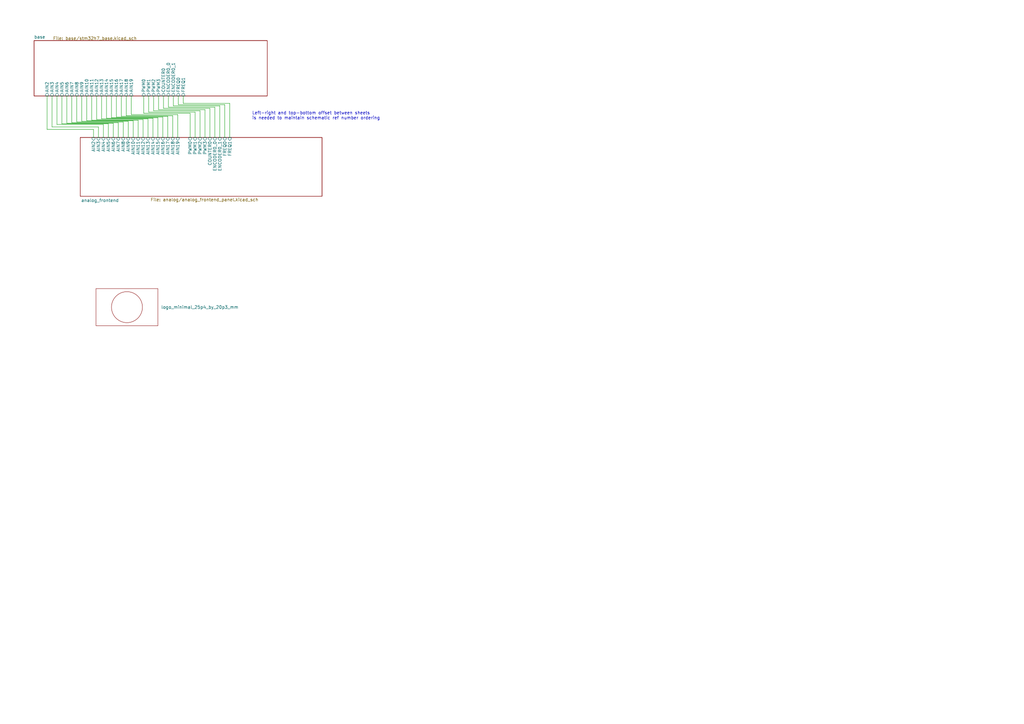
<source format=kicad_sch>
(kicad_sch (version 20231120) (generator "eeschema") (generator_version "8.0")
  (paper "A3")
  (lib_symbols
    (symbol "aaa:logo_minimal_25p4_by_20p3_mm" (pin_numbers hide) (pin_names (offset 0) hide) (in_bom no)
      (property "Value" "logo_minimal_25p4_by_20p3_mm" (at 0 3.81 0))
      (symbol "logo_minimal_25p4_by_20p3_mm_0_1"
        (rectangle (start -12.7 -6.35) (end 12.7 -21.59))
        (circle (center 0 -13.97) (radius 6.35))
      )
    )
  )
  (wire (pts (xy 37.592 49.276) (xy 56.642 49.276)))
  (wire (pts (xy 75.184 42.418) (xy 94.234 42.418)))
  (wire (pts (xy 21.336 52.07) (xy 21.336 39.37)))
  (wire (pts (xy 31.496 39.37) (xy 31.496 50.038)))
  (wire (pts (xy 58.928 46.482) (xy 58.928 39.37)))
  (wire (pts (xy 37.592 39.37) (xy 37.592 49.276)))
  (wire (pts (xy 70.866 47.498) (xy 70.866 56.388)))
  (wire (pts (xy 71.12 39.37) (xy 71.12 43.434)))
  (wire (pts (xy 53.848 46.99) (xy 72.898 46.99)))
  (wire (pts (xy 35.56 39.37) (xy 35.56 49.53)))
  (wire (pts (xy 41.656 39.37) (xy 41.656 48.768)))
  (wire (pts (xy 50.546 50.038) (xy 50.546 56.388)))
  (wire (pts (xy 67.056 44.45) (xy 86.106 44.45)))
  (wire (pts (xy 25.4 50.8) (xy 44.45 50.8)))
  (wire (pts (xy 39.624 39.37) (xy 39.624 49.022)))
  (wire (pts (xy 71.12 43.434) (xy 90.17 43.434)))
  (wire (pts (xy 84.074 56.388) (xy 84.074 44.958)))
  (wire (pts (xy 49.784 39.37) (xy 49.784 47.752)))
  (wire (pts (xy 33.528 49.784) (xy 52.578 49.784)))
  (wire (pts (xy 45.72 39.37) (xy 45.72 48.26)))
  (wire (pts (xy 29.464 50.292) (xy 48.514 50.292)))
  (wire (pts (xy 45.72 48.26) (xy 64.77 48.26)))
  (wire (pts (xy 58.674 49.022) (xy 58.674 56.388)))
  (wire (pts (xy 73.152 42.926) (xy 73.152 39.37)))
  (wire (pts (xy 67.056 39.37) (xy 67.056 44.45)))
  (wire (pts (xy 88.138 56.388) (xy 88.138 43.942)))
  (wire (pts (xy 77.978 56.388) (xy 77.978 46.482)))
  (wire (pts (xy 27.432 50.546) (xy 46.482 50.546)))
  (wire (pts (xy 69.088 43.942) (xy 69.088 39.37)))
  (wire (pts (xy 77.978 46.482) (xy 58.928 46.482)))
  (wire (pts (xy 72.898 46.99) (xy 72.898 56.388)))
  (wire (pts (xy 46.482 50.546) (xy 46.482 56.388)))
  (wire (pts (xy 68.834 47.752) (xy 68.834 56.388)))
  (wire (pts (xy 54.61 49.53) (xy 54.61 56.388)))
  (wire (pts (xy 19.304 53.086) (xy 38.354 53.086)))
  (wire (pts (xy 39.624 49.022) (xy 58.674 49.022)))
  (wire (pts (xy 64.77 48.26) (xy 64.77 56.388)))
  (wire (pts (xy 90.17 43.434) (xy 90.17 56.388)))
  (wire (pts (xy 47.752 48.006) (xy 66.802 48.006)))
  (wire (pts (xy 66.802 48.006) (xy 66.802 56.388)))
  (wire (pts (xy 42.418 51.054) (xy 42.418 56.388)))
  (wire (pts (xy 84.074 44.958) (xy 65.024 44.958)))
  (wire (pts (xy 80.01 45.974) (xy 60.96 45.974)))
  (wire (pts (xy 53.848 39.37) (xy 53.848 46.99)))
  (wire (pts (xy 43.688 48.514) (xy 62.738 48.514)))
  (wire (pts (xy 62.992 45.466) (xy 82.042 45.466)))
  (wire (pts (xy 43.688 39.37) (xy 43.688 48.514)))
  (wire (pts (xy 65.024 44.958) (xy 65.024 39.37)))
  (wire (pts (xy 60.706 48.768) (xy 60.706 56.388)))
  (wire (pts (xy 92.202 42.926) (xy 73.152 42.926)))
  (wire (pts (xy 51.816 47.498) (xy 70.866 47.498)))
  (wire (pts (xy 80.01 56.388) (xy 80.01 45.974)))
  (wire (pts (xy 40.386 52.07) (xy 21.336 52.07)))
  (wire (pts (xy 31.496 50.038) (xy 50.546 50.038)))
  (wire (pts (xy 82.042 45.466) (xy 82.042 56.388)))
  (wire (pts (xy 52.578 49.784) (xy 52.578 56.388)))
  (wire (pts (xy 60.96 45.974) (xy 60.96 39.37)))
  (wire (pts (xy 23.368 39.37) (xy 23.368 51.054)))
  (wire (pts (xy 48.514 50.292) (xy 48.514 56.388)))
  (wire (pts (xy 62.738 48.514) (xy 62.738 56.388)))
  (wire (pts (xy 33.528 39.37) (xy 33.528 49.784)))
  (wire (pts (xy 35.56 49.53) (xy 54.61 49.53)))
  (wire (pts (xy 56.642 49.276) (xy 56.642 56.388)))
  (wire (pts (xy 75.184 39.37) (xy 75.184 42.418)))
  (wire (pts (xy 44.45 50.8) (xy 44.45 56.388)))
  (wire (pts (xy 88.138 43.942) (xy 69.088 43.942)))
  (wire (pts (xy 94.234 42.418) (xy 94.234 56.388)))
  (wire (pts (xy 47.752 39.37) (xy 47.752 48.006)))
  (wire (pts (xy 29.464 39.37) (xy 29.464 50.292)))
  (wire (pts (xy 62.992 39.37) (xy 62.992 45.466)))
  (wire (pts (xy 92.202 56.388) (xy 92.202 42.926)))
  (wire (pts (xy 19.304 39.37) (xy 19.304 53.086)))
  (wire (pts (xy 51.816 39.37) (xy 51.816 47.498)))
  (wire (pts (xy 25.4 39.37) (xy 25.4 50.8)))
  (wire (pts (xy 38.354 53.086) (xy 38.354 56.388)))
  (wire (pts (xy 86.106 44.45) (xy 86.106 56.388)))
  (wire (pts (xy 40.386 56.388) (xy 40.386 52.07)))
  (wire (pts (xy 27.432 39.37) (xy 27.432 50.546)))
  (wire (pts (xy 49.784 47.752) (xy 68.834 47.752)))
  (wire (pts (xy 41.656 48.768) (xy 60.706 48.768)))
  (wire (pts (xy 23.368 51.054) (xy 42.418 51.054)))
  (text "Left-right and top-bottom offset between sheets\nis needed to maintain schematic ref number ordering" (at 103.378 47.498 0) (effects (font (size 1.27 1.27)) (justify left)))
  (symbol (lib_id "aaa:logo_minimal_25p4_by_20p3_mm") (at 52.07 112.014 0) (unit 1) (in_bom no)
    (property "Reference" "-1001" (effects (hide yes)))
    (property "Value" "logo_minimal_25p4_by_20p3_mm" (at 66.04 125.9839 0) (effects (justify left)))
    (property "Footprint" "logo_lib:logo_minimal_12p7_by_10p9_mm" (effects (hide yes)))
  )
  (sheet (at 13.97 16.637) (size 95.631 22.733) (stroke (width 0.1524))
    (property "Sheetname" "base" (at 13.97 15.9254 0) (effects (justify left bottom)))
    (property "Sheetfile" "base/stm32h7_base.kicad_sch" (at 21.717 14.986 0) (effects (justify left top)))
    (pin "AIN7" input (at 29.464 39.37 270))
    (pin "AIN5" input (at 25.4 39.37 270))
    (pin "AIN4" input (at 23.368 39.37 270))
    (pin "AIN3" input (at 21.336 39.37 270))
    (pin "AIN13" input (at 41.656 39.37 270))
    (pin "AIN14" input (at 43.688 39.37 270))
    (pin "AIN15" input (at 45.72 39.37 270))
    (pin "AIN18" input (at 51.816 39.37 270))
    (pin "AIN17" input (at 49.784 39.37 270))
    (pin "AIN11" input (at 37.592 39.37 270))
    (pin "AIN9" input (at 33.528 39.37 270))
    (pin "AIN10" input (at 35.56 39.37 270))
    (pin "AIN12" input (at 39.624 39.37 270))
    (pin "AIN16" input (at 47.752 39.37 270))
    (pin "AIN8" input (at 31.496 39.37 270))
    (pin "AIN6" input (at 27.432 39.37 270))
    (pin "AIN19" input (at 53.848 39.37 270))
    (pin "PWM2" input (at 62.992 39.37 270))
    (pin "PWM0" input (at 58.928 39.37 270))
    (pin "PWM1" input (at 60.96 39.37 270))
    (pin "PWM3" input (at 65.024 39.37 270))
    (pin "ENCODER0_0" input (at 69.088 39.37 270))
    (pin "ENCODER0_1" input (at 71.12 39.37 270))
    (pin "FREQ0" input (at 73.152 39.37 270))
    (pin "COUNTER0" input (at 67.056 39.37 270))
    (pin "FREQ1" input (at 75.184 39.37 270))
    (pin "AIN2" input (at 19.304 39.37 270))
  )
  (sheet (at 32.893 56.388) (size 99.187 24.13) (stroke (width 0.1524))
    (property "Sheetname" "analog_frontend" (at 33.274 82.931 0) (effects (justify left bottom)))
    (property "Sheetfile" "analog/analog_frontend_panel.kicad_sch" (at 61.722 81.153 0) (effects (justify left top)))
    (pin "AIN16" input (at 66.802 56.388 90))
    (pin "AIN14" input (at 62.738 56.388 90))
    (pin "AIN15" input (at 64.77 56.388 90))
    (pin "AIN13" input (at 60.706 56.388 90))
    (pin "AIN6" input (at 46.482 56.388 90))
    (pin "AIN7" input (at 48.514 56.388 90))
    (pin "PWM3" input (at 84.074 56.388 90))
    (pin "PWM2" input (at 82.042 56.388 90))
    (pin "PWM0" input (at 77.978 56.388 90))
    (pin "AIN18" input (at 70.866 56.388 90))
    (pin "PWM1" input (at 80.01 56.388 90))
    (pin "AIN19" input (at 72.898 56.388 90))
    (pin "AIN12" input (at 58.674 56.388 90))
    (pin "AIN17" input (at 68.834 56.388 90))
    (pin "AIN10" input (at 54.61 56.388 90))
    (pin "AIN9" input (at 52.578 56.388 90))
    (pin "AIN3" input (at 40.386 56.388 90))
    (pin "AIN4" input (at 42.418 56.388 90))
    (pin "AIN8" input (at 50.546 56.388 90))
    (pin "AIN11" input (at 56.642 56.388 90))
    (pin "AIN5" input (at 44.45 56.388 90))
    (pin "AIN2" input (at 38.354 56.388 90))
    (pin "FREQ0" input (at 92.202 56.388 90))
    (pin "ENCODER0_0" input (at 88.138 56.388 90))
    (pin "FREQ1" input (at 94.234 56.388 90))
    (pin "ENCODER0_1" input (at 90.17 56.388 90))
    (pin "COUNTER0" input (at 86.106 56.388 90))
  )
)
</source>
